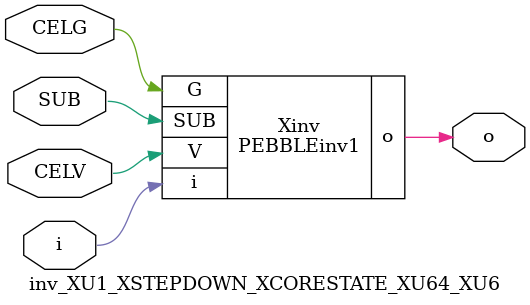
<source format=v>



module PEBBLEinv1 ( o, G, SUB, V, i );

  input V;
  input i;
  input G;
  output o;
  input SUB;
endmodule

//Celera Confidential Do Not Copy inv_XU1_XSTEPDOWN_XCORESTATE_XU64_XU6
//Celera Confidential Symbol Generator
//5V Inverter
module inv_XU1_XSTEPDOWN_XCORESTATE_XU64_XU6 (CELV,CELG,i,o,SUB);
input CELV;
input CELG;
input i;
input SUB;
output o;

//Celera Confidential Do Not Copy inv
PEBBLEinv1 Xinv(
.V (CELV),
.i (i),
.o (o),
.SUB (SUB),
.G (CELG)
);
//,diesize,PEBBLEinv1

//Celera Confidential Do Not Copy Module End
//Celera Schematic Generator
endmodule

</source>
